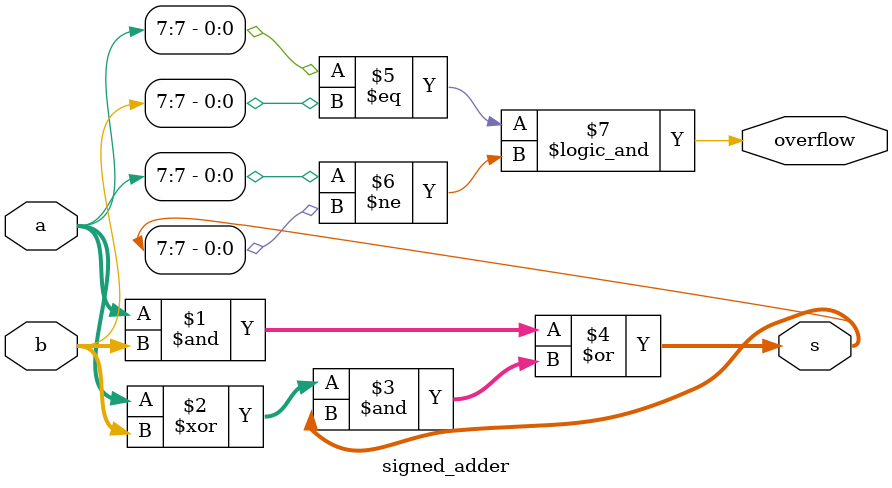
<source format=v>

module signed_adder(input [7:0] a,
    input [7:0] b,
    output [7:0] s,
    output overflow
); 

// The numbers a and b are added to the output s. 
// assign the occurence of the signed overflow of a and b to the output overflow.
// a signed overflow occurs if the most significant bits of a and b are low and the most significant bit of s is high
// a signed overflow may also occur if the most significant bits of a and b are high and the most significant bit of s is low


assign s = (a & b) | ((a ^ b) & s);
assign overflow = (a[7] == b[7]) && (a[7] != s[7]);

endmodule

</source>
